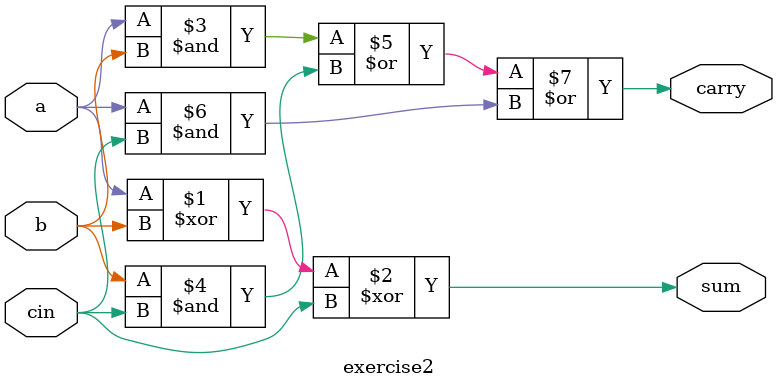
<source format=v>
module exercise2(a,b,cin,sum,carry);
	input a,b,cin;
	output sum, carry;
	assign sum = a ^ b ^ cin;
	assign carry = (a & b) | (b & cin) | (a & cin);
endmodule


</source>
